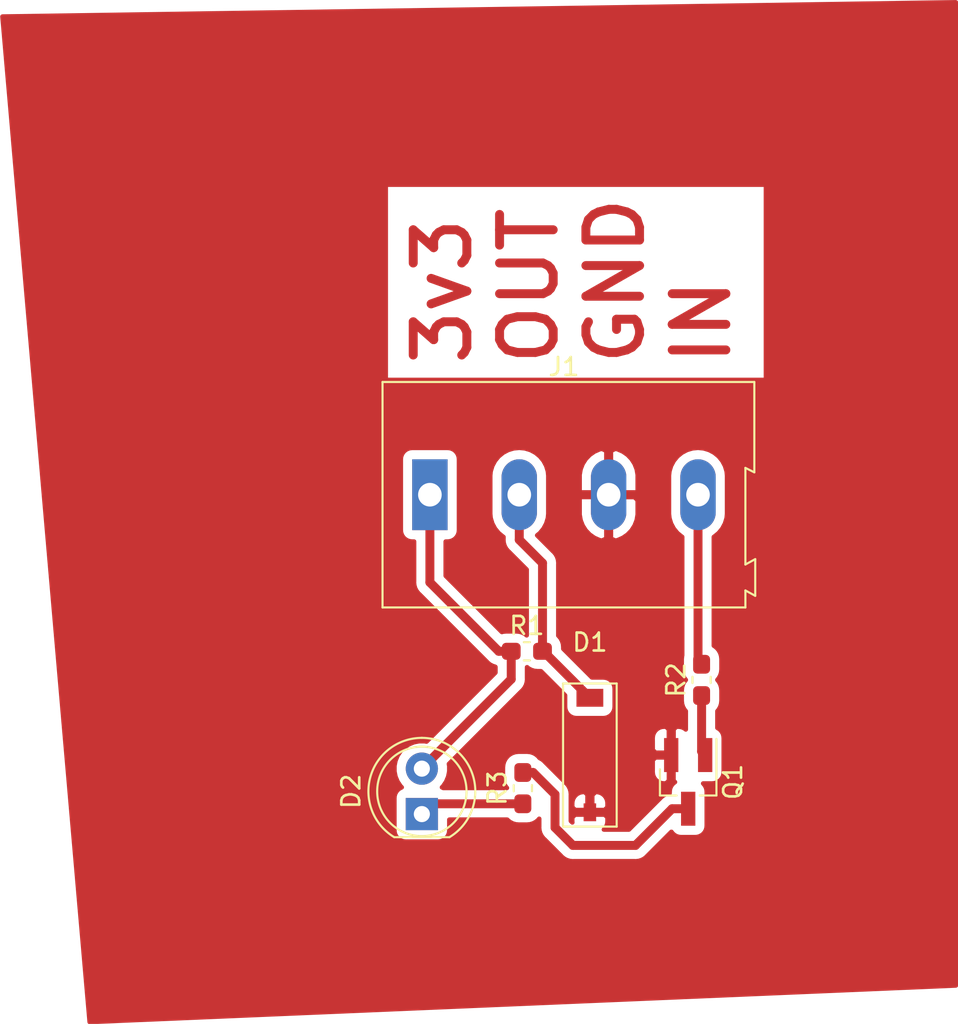
<source format=kicad_pcb>
(kicad_pcb (version 20171130) (host pcbnew "(5.1.5)-3")

  (general
    (thickness 1.6)
    (drawings 1)
    (tracks 31)
    (zones 0)
    (modules 7)
    (nets 8)
  )

  (page A4)
  (layers
    (0 F.Cu signal)
    (31 B.Cu signal)
    (32 B.Adhes user)
    (33 F.Adhes user)
    (34 B.Paste user)
    (35 F.Paste user)
    (36 B.SilkS user)
    (37 F.SilkS user)
    (38 B.Mask user)
    (39 F.Mask user)
    (40 Dwgs.User user)
    (41 Cmts.User user)
    (42 Eco1.User user)
    (43 Eco2.User user)
    (44 Edge.Cuts user)
    (45 Margin user)
    (46 B.CrtYd user)
    (47 F.CrtYd user)
    (48 B.Fab user)
    (49 F.Fab user)
  )

  (setup
    (last_trace_width 0.5)
    (user_trace_width 0.5)
    (trace_clearance 0.2)
    (zone_clearance 0.508)
    (zone_45_only no)
    (trace_min 0.2)
    (via_size 0.8)
    (via_drill 0.4)
    (via_min_size 0.4)
    (via_min_drill 0.3)
    (uvia_size 0.3)
    (uvia_drill 0.1)
    (uvias_allowed no)
    (uvia_min_size 0.2)
    (uvia_min_drill 0.1)
    (edge_width 0.05)
    (segment_width 0.2)
    (pcb_text_width 0.3)
    (pcb_text_size 1.5 1.5)
    (mod_edge_width 0.12)
    (mod_text_size 1 1)
    (mod_text_width 0.15)
    (pad_size 1.524 1.524)
    (pad_drill 0.762)
    (pad_to_mask_clearance 0.051)
    (solder_mask_min_width 0.25)
    (aux_axis_origin 0 0)
    (visible_elements FFFFFF7F)
    (pcbplotparams
      (layerselection 0x010fc_ffffffff)
      (usegerberextensions false)
      (usegerberattributes false)
      (usegerberadvancedattributes false)
      (creategerberjobfile false)
      (excludeedgelayer true)
      (linewidth 0.100000)
      (plotframeref false)
      (viasonmask false)
      (mode 1)
      (useauxorigin false)
      (hpglpennumber 1)
      (hpglpenspeed 20)
      (hpglpendiameter 15.000000)
      (psnegative false)
      (psa4output false)
      (plotreference true)
      (plotvalue true)
      (plotinvisibletext false)
      (padsonsilk false)
      (subtractmaskfromsilk false)
      (outputformat 1)
      (mirror false)
      (drillshape 1)
      (scaleselection 1)
      (outputdirectory ""))
  )

  (net 0 "")
  (net 1 GND)
  (net 2 +3V3)
  (net 3 "Net-(D2-Pad1)")
  (net 4 "Net-(Q1-Pad3)")
  (net 5 "Net-(Q1-Pad1)")
  (net 6 /photo_diode)
  (net 7 /led_ctrl)

  (net_class Default "This is the default net class."
    (clearance 0.2)
    (trace_width 0.25)
    (via_dia 0.8)
    (via_drill 0.4)
    (uvia_dia 0.3)
    (uvia_drill 0.1)
    (add_net +3V3)
    (add_net /led_ctrl)
    (add_net /photo_diode)
    (add_net GND)
    (add_net "Net-(D2-Pad1)")
    (add_net "Net-(Q1-Pad1)")
    (add_net "Net-(Q1-Pad3)")
  )

  (module good_things:sfh-2440-l (layer F.Cu) (tedit 611EB65B) (tstamp 611F0A1E)
    (at 122.45 79.8 180)
    (path /611F12A5)
    (fp_text reference D1 (at 0 6.3) (layer F.SilkS)
      (effects (font (size 1 1) (thickness 0.15)))
    )
    (fp_text value D_Photo (at -0.1 -4.7) (layer F.Fab)
      (effects (font (size 1 1) (thickness 0.15)))
    )
    (fp_line (start -1.5 -4) (end 1.5 -4) (layer F.SilkS) (width 0.12))
    (fp_line (start -1.5 4) (end -1.5 -4) (layer F.SilkS) (width 0.12))
    (fp_line (start 1.5 4) (end -1.5 4) (layer F.SilkS) (width 0.12))
    (fp_line (start 1.5 4) (end 1.5 -4) (layer F.SilkS) (width 0.12))
    (pad 1 smd rect (at 0 3.2 180) (size 1.5 1) (layers F.Cu F.Paste F.Mask)
      (net 6 /photo_diode))
    (pad 2 smd rect (at 0 -3.2 180) (size 0.7 1) (layers F.Cu F.Paste F.Mask)
      (net 1 GND))
  )

  (module Resistor_SMD:R_0603_1608Metric_Pad1.05x0.95mm_HandSolder (layer F.Cu) (tedit 5B301BBD) (tstamp 611F0B12)
    (at 118.7 81.65 90)
    (descr "Resistor SMD 0603 (1608 Metric), square (rectangular) end terminal, IPC_7351 nominal with elongated pad for handsoldering. (Body size source: http://www.tortai-tech.com/upload/download/2011102023233369053.pdf), generated with kicad-footprint-generator")
    (tags "resistor handsolder")
    (path /611EC8C0)
    (attr smd)
    (fp_text reference R3 (at 0 -1.43 90) (layer F.SilkS)
      (effects (font (size 1 1) (thickness 0.15)))
    )
    (fp_text value R_Small (at 0 1.43 90) (layer F.Fab)
      (effects (font (size 1 1) (thickness 0.15)))
    )
    (fp_text user %R (at 0 0 90) (layer F.Fab)
      (effects (font (size 0.4 0.4) (thickness 0.06)))
    )
    (fp_line (start 1.65 0.73) (end -1.65 0.73) (layer F.CrtYd) (width 0.05))
    (fp_line (start 1.65 -0.73) (end 1.65 0.73) (layer F.CrtYd) (width 0.05))
    (fp_line (start -1.65 -0.73) (end 1.65 -0.73) (layer F.CrtYd) (width 0.05))
    (fp_line (start -1.65 0.73) (end -1.65 -0.73) (layer F.CrtYd) (width 0.05))
    (fp_line (start -0.171267 0.51) (end 0.171267 0.51) (layer F.SilkS) (width 0.12))
    (fp_line (start -0.171267 -0.51) (end 0.171267 -0.51) (layer F.SilkS) (width 0.12))
    (fp_line (start 0.8 0.4) (end -0.8 0.4) (layer F.Fab) (width 0.1))
    (fp_line (start 0.8 -0.4) (end 0.8 0.4) (layer F.Fab) (width 0.1))
    (fp_line (start -0.8 -0.4) (end 0.8 -0.4) (layer F.Fab) (width 0.1))
    (fp_line (start -0.8 0.4) (end -0.8 -0.4) (layer F.Fab) (width 0.1))
    (pad 2 smd roundrect (at 0.875 0 90) (size 1.05 0.95) (layers F.Cu F.Paste F.Mask) (roundrect_rratio 0.25)
      (net 4 "Net-(Q1-Pad3)"))
    (pad 1 smd roundrect (at -0.875 0 90) (size 1.05 0.95) (layers F.Cu F.Paste F.Mask) (roundrect_rratio 0.25)
      (net 3 "Net-(D2-Pad1)"))
    (model ${KISYS3DMOD}/Resistor_SMD.3dshapes/R_0603_1608Metric.wrl
      (at (xyz 0 0 0))
      (scale (xyz 1 1 1))
      (rotate (xyz 0 0 0))
    )
  )

  (module Resistor_SMD:R_0603_1608Metric_Pad1.05x0.95mm_HandSolder (layer F.Cu) (tedit 5B301BBD) (tstamp 611F0B01)
    (at 128.7 75.6 90)
    (descr "Resistor SMD 0603 (1608 Metric), square (rectangular) end terminal, IPC_7351 nominal with elongated pad for handsoldering. (Body size source: http://www.tortai-tech.com/upload/download/2011102023233369053.pdf), generated with kicad-footprint-generator")
    (tags "resistor handsolder")
    (path /611EC33C)
    (attr smd)
    (fp_text reference R2 (at 0 -1.43 90) (layer F.SilkS)
      (effects (font (size 1 1) (thickness 0.15)))
    )
    (fp_text value R_Small (at 0 1.43 90) (layer F.Fab)
      (effects (font (size 1 1) (thickness 0.15)))
    )
    (fp_text user %R (at 0 0 90) (layer F.Fab)
      (effects (font (size 0.4 0.4) (thickness 0.06)))
    )
    (fp_line (start 1.65 0.73) (end -1.65 0.73) (layer F.CrtYd) (width 0.05))
    (fp_line (start 1.65 -0.73) (end 1.65 0.73) (layer F.CrtYd) (width 0.05))
    (fp_line (start -1.65 -0.73) (end 1.65 -0.73) (layer F.CrtYd) (width 0.05))
    (fp_line (start -1.65 0.73) (end -1.65 -0.73) (layer F.CrtYd) (width 0.05))
    (fp_line (start -0.171267 0.51) (end 0.171267 0.51) (layer F.SilkS) (width 0.12))
    (fp_line (start -0.171267 -0.51) (end 0.171267 -0.51) (layer F.SilkS) (width 0.12))
    (fp_line (start 0.8 0.4) (end -0.8 0.4) (layer F.Fab) (width 0.1))
    (fp_line (start 0.8 -0.4) (end 0.8 0.4) (layer F.Fab) (width 0.1))
    (fp_line (start -0.8 -0.4) (end 0.8 -0.4) (layer F.Fab) (width 0.1))
    (fp_line (start -0.8 0.4) (end -0.8 -0.4) (layer F.Fab) (width 0.1))
    (pad 2 smd roundrect (at 0.875 0 90) (size 1.05 0.95) (layers F.Cu F.Paste F.Mask) (roundrect_rratio 0.25)
      (net 7 /led_ctrl))
    (pad 1 smd roundrect (at -0.875 0 90) (size 1.05 0.95) (layers F.Cu F.Paste F.Mask) (roundrect_rratio 0.25)
      (net 5 "Net-(Q1-Pad1)"))
    (model ${KISYS3DMOD}/Resistor_SMD.3dshapes/R_0603_1608Metric.wrl
      (at (xyz 0 0 0))
      (scale (xyz 1 1 1))
      (rotate (xyz 0 0 0))
    )
  )

  (module Resistor_SMD:R_0603_1608Metric_Pad1.05x0.95mm_HandSolder (layer F.Cu) (tedit 5B301BBD) (tstamp 611F0AF0)
    (at 118.925 74)
    (descr "Resistor SMD 0603 (1608 Metric), square (rectangular) end terminal, IPC_7351 nominal with elongated pad for handsoldering. (Body size source: http://www.tortai-tech.com/upload/download/2011102023233369053.pdf), generated with kicad-footprint-generator")
    (tags "resistor handsolder")
    (path /611F221F)
    (attr smd)
    (fp_text reference R1 (at 0 -1.43) (layer F.SilkS)
      (effects (font (size 1 1) (thickness 0.15)))
    )
    (fp_text value R_Small (at 0 1.43) (layer F.Fab)
      (effects (font (size 1 1) (thickness 0.15)))
    )
    (fp_text user %R (at 0 0) (layer F.Fab)
      (effects (font (size 0.4 0.4) (thickness 0.06)))
    )
    (fp_line (start 1.65 0.73) (end -1.65 0.73) (layer F.CrtYd) (width 0.05))
    (fp_line (start 1.65 -0.73) (end 1.65 0.73) (layer F.CrtYd) (width 0.05))
    (fp_line (start -1.65 -0.73) (end 1.65 -0.73) (layer F.CrtYd) (width 0.05))
    (fp_line (start -1.65 0.73) (end -1.65 -0.73) (layer F.CrtYd) (width 0.05))
    (fp_line (start -0.171267 0.51) (end 0.171267 0.51) (layer F.SilkS) (width 0.12))
    (fp_line (start -0.171267 -0.51) (end 0.171267 -0.51) (layer F.SilkS) (width 0.12))
    (fp_line (start 0.8 0.4) (end -0.8 0.4) (layer F.Fab) (width 0.1))
    (fp_line (start 0.8 -0.4) (end 0.8 0.4) (layer F.Fab) (width 0.1))
    (fp_line (start -0.8 -0.4) (end 0.8 -0.4) (layer F.Fab) (width 0.1))
    (fp_line (start -0.8 0.4) (end -0.8 -0.4) (layer F.Fab) (width 0.1))
    (pad 2 smd roundrect (at 0.875 0) (size 1.05 0.95) (layers F.Cu F.Paste F.Mask) (roundrect_rratio 0.25)
      (net 6 /photo_diode))
    (pad 1 smd roundrect (at -0.875 0) (size 1.05 0.95) (layers F.Cu F.Paste F.Mask) (roundrect_rratio 0.25)
      (net 2 +3V3))
    (model ${KISYS3DMOD}/Resistor_SMD.3dshapes/R_0603_1608Metric.wrl
      (at (xyz 0 0 0))
      (scale (xyz 1 1 1))
      (rotate (xyz 0 0 0))
    )
  )

  (module Package_TO_SOT_SMD:SOT-23_Handsoldering (layer F.Cu) (tedit 5A0AB76C) (tstamp 611F0ADF)
    (at 127.95 81.3 270)
    (descr "SOT-23, Handsoldering")
    (tags SOT-23)
    (path /611EB710)
    (attr smd)
    (fp_text reference Q1 (at 0 -2.5 90) (layer F.SilkS)
      (effects (font (size 1 1) (thickness 0.15)))
    )
    (fp_text value Q_NMOS_GSD (at 0 2.5 90) (layer F.Fab)
      (effects (font (size 1 1) (thickness 0.15)))
    )
    (fp_line (start 0.76 1.58) (end -0.7 1.58) (layer F.SilkS) (width 0.12))
    (fp_line (start -0.7 1.52) (end 0.7 1.52) (layer F.Fab) (width 0.1))
    (fp_line (start 0.7 -1.52) (end 0.7 1.52) (layer F.Fab) (width 0.1))
    (fp_line (start -0.7 -0.95) (end -0.15 -1.52) (layer F.Fab) (width 0.1))
    (fp_line (start -0.15 -1.52) (end 0.7 -1.52) (layer F.Fab) (width 0.1))
    (fp_line (start -0.7 -0.95) (end -0.7 1.5) (layer F.Fab) (width 0.1))
    (fp_line (start 0.76 -1.58) (end -2.4 -1.58) (layer F.SilkS) (width 0.12))
    (fp_line (start -2.7 1.75) (end -2.7 -1.75) (layer F.CrtYd) (width 0.05))
    (fp_line (start 2.7 1.75) (end -2.7 1.75) (layer F.CrtYd) (width 0.05))
    (fp_line (start 2.7 -1.75) (end 2.7 1.75) (layer F.CrtYd) (width 0.05))
    (fp_line (start -2.7 -1.75) (end 2.7 -1.75) (layer F.CrtYd) (width 0.05))
    (fp_line (start 0.76 -1.58) (end 0.76 -0.65) (layer F.SilkS) (width 0.12))
    (fp_line (start 0.76 1.58) (end 0.76 0.65) (layer F.SilkS) (width 0.12))
    (fp_text user %R (at 0 0) (layer F.Fab)
      (effects (font (size 0.5 0.5) (thickness 0.075)))
    )
    (pad 3 smd rect (at 1.5 0 270) (size 1.9 0.8) (layers F.Cu F.Paste F.Mask)
      (net 4 "Net-(Q1-Pad3)"))
    (pad 2 smd rect (at -1.5 0.95 270) (size 1.9 0.8) (layers F.Cu F.Paste F.Mask)
      (net 1 GND))
    (pad 1 smd rect (at -1.5 -0.95 270) (size 1.9 0.8) (layers F.Cu F.Paste F.Mask)
      (net 5 "Net-(Q1-Pad1)"))
    (model ${KISYS3DMOD}/Package_TO_SOT_SMD.3dshapes/SOT-23.wrl
      (at (xyz 0 0 0))
      (scale (xyz 1 1 1))
      (rotate (xyz 0 0 0))
    )
  )

  (module TerminalBlock:TerminalBlock_Altech_AK300-4_P5.00mm (layer F.Cu) (tedit 59FF0306) (tstamp 611F0ACA)
    (at 113.5 65.25)
    (descr "Altech AK300 terminal block, pitch 5.0mm, 45 degree angled, see http://www.mouser.com/ds/2/16/PCBMETRC-24178.pdf")
    (tags "Altech AK300 terminal block pitch 5.0mm")
    (path /611EDB7C)
    (fp_text reference J1 (at 7.5 -7.15) (layer F.SilkS)
      (effects (font (size 1 1) (thickness 0.15)))
    )
    (fp_text value Conn_01x04 (at 7.45 7.45) (layer F.Fab)
      (effects (font (size 1 1) (thickness 0.15)))
    )
    (fp_arc (start -1.16 -4.65) (end -1.44 -4.13) (angle 104.2) (layer F.Fab) (width 0.1))
    (fp_arc (start -0.04 -3.71) (end -1.64 -5) (angle 100) (layer F.Fab) (width 0.1))
    (fp_arc (start 0.04 -6.07) (end 1.5 -4.12) (angle 75.5) (layer F.Fab) (width 0.1))
    (fp_arc (start 1 -4.59) (end 1.51 -5.05) (angle 90.5) (layer F.Fab) (width 0.1))
    (fp_arc (start 3.85 -4.65) (end 3.56 -4.13) (angle 104.2) (layer F.Fab) (width 0.1))
    (fp_arc (start 4.96 -3.71) (end 3.36 -5) (angle 100) (layer F.Fab) (width 0.1))
    (fp_arc (start 5.04 -6.07) (end 6.5 -4.12) (angle 75.5) (layer F.Fab) (width 0.1))
    (fp_arc (start 6.01 -4.59) (end 6.51 -5.05) (angle 90.5) (layer F.Fab) (width 0.1))
    (fp_arc (start 16.02 -4.59) (end 16.52 -5.05) (angle 90.5) (layer F.Fab) (width 0.1))
    (fp_arc (start 15.05 -6.07) (end 16.51 -4.12) (angle 75.5) (layer F.Fab) (width 0.1))
    (fp_arc (start 14.97 -3.71) (end 13.37 -5) (angle 100) (layer F.Fab) (width 0.1))
    (fp_arc (start 13.86 -4.65) (end 13.57 -4.13) (angle 104.2) (layer F.Fab) (width 0.1))
    (fp_arc (start 8.83 -4.65) (end 8.54 -4.13) (angle 104.2) (layer F.Fab) (width 0.1))
    (fp_arc (start 9.94 -3.71) (end 8.34 -5) (angle 100) (layer F.Fab) (width 0.1))
    (fp_arc (start 10.02 -6.07) (end 11.48 -4.12) (angle 75.5) (layer F.Fab) (width 0.1))
    (fp_arc (start 10.99 -4.59) (end 11.49 -5.05) (angle 90.5) (layer F.Fab) (width 0.1))
    (fp_line (start 18.35 6.47) (end -2.83 6.47) (layer F.CrtYd) (width 0.05))
    (fp_line (start 18.35 6.47) (end 18.35 -6.47) (layer F.CrtYd) (width 0.05))
    (fp_line (start -2.83 -6.47) (end -2.83 6.47) (layer F.CrtYd) (width 0.05))
    (fp_line (start -2.83 -6.47) (end 18.35 -6.47) (layer F.CrtYd) (width 0.05))
    (fp_line (start 3.34 -0.25) (end 6.64 -0.25) (layer F.Fab) (width 0.1))
    (fp_line (start 2.96 -0.25) (end 3.34 -0.25) (layer F.Fab) (width 0.1))
    (fp_line (start 7.02 -0.25) (end 6.64 -0.25) (layer F.Fab) (width 0.1))
    (fp_line (start 1.64 -0.25) (end -1.67 -0.25) (layer F.Fab) (width 0.1))
    (fp_line (start 2.02 -0.25) (end 1.64 -0.25) (layer F.Fab) (width 0.1))
    (fp_line (start -2.05 -0.25) (end -1.67 -0.25) (layer F.Fab) (width 0.1))
    (fp_line (start -1.51 -4.32) (end 1.53 -4.95) (layer F.Fab) (width 0.1))
    (fp_line (start -1.64 -4.45) (end 1.41 -5.08) (layer F.Fab) (width 0.1))
    (fp_line (start 3.49 -4.32) (end 6.54 -4.95) (layer F.Fab) (width 0.1))
    (fp_line (start 3.36 -4.45) (end 6.41 -5.08) (layer F.Fab) (width 0.1))
    (fp_line (start 2.02 -5.97) (end -2.05 -5.97) (layer F.Fab) (width 0.1))
    (fp_line (start -2.05 -3.43) (end -2.05 -5.97) (layer F.Fab) (width 0.1))
    (fp_line (start 2.02 -3.43) (end -2.05 -3.43) (layer F.Fab) (width 0.1))
    (fp_line (start 2.02 -3.43) (end 2.02 -5.97) (layer F.Fab) (width 0.1))
    (fp_line (start 7.02 -3.43) (end 2.96 -3.43) (layer F.Fab) (width 0.1))
    (fp_line (start 7.02 -5.97) (end 7.02 -3.43) (layer F.Fab) (width 0.1))
    (fp_line (start 2.96 -5.97) (end 7.02 -5.97) (layer F.Fab) (width 0.1))
    (fp_line (start 2.96 -3.43) (end 2.96 -5.97) (layer F.Fab) (width 0.1))
    (fp_line (start -2.58 -3.17) (end -2.58 -6.22) (layer F.Fab) (width 0.1))
    (fp_line (start -2.58 -0.64) (end -2.58 -3.17) (layer F.Fab) (width 0.1))
    (fp_line (start -2.58 6.22) (end -2.58 -0.64) (layer F.Fab) (width 0.1))
    (fp_line (start 6.64 0.51) (end 6.26 0.51) (layer F.Fab) (width 0.1))
    (fp_line (start 3.34 0.51) (end 3.72 0.51) (layer F.Fab) (width 0.1))
    (fp_line (start 1.64 0.51) (end 1.26 0.51) (layer F.Fab) (width 0.1))
    (fp_line (start -1.67 0.51) (end -1.28 0.51) (layer F.Fab) (width 0.1))
    (fp_line (start -1.67 3.68) (end -1.67 0.51) (layer F.Fab) (width 0.1))
    (fp_line (start 1.64 3.68) (end -1.67 3.68) (layer F.Fab) (width 0.1))
    (fp_line (start 1.64 3.68) (end 1.64 0.51) (layer F.Fab) (width 0.1))
    (fp_line (start 3.34 3.68) (end 3.34 0.51) (layer F.Fab) (width 0.1))
    (fp_line (start 6.64 3.68) (end 3.34 3.68) (layer F.Fab) (width 0.1))
    (fp_line (start 6.64 3.68) (end 6.64 0.51) (layer F.Fab) (width 0.1))
    (fp_line (start -2.05 4.32) (end -2.05 6.22) (layer F.Fab) (width 0.1))
    (fp_line (start 2.02 4.32) (end 2.02 -0.25) (layer F.Fab) (width 0.1))
    (fp_line (start 2.02 4.32) (end -2.05 4.32) (layer F.Fab) (width 0.1))
    (fp_line (start 7.02 4.32) (end 7.02 6.22) (layer F.Fab) (width 0.1))
    (fp_line (start 2.96 4.32) (end 2.96 -0.25) (layer F.Fab) (width 0.1))
    (fp_line (start 2.96 4.32) (end 7.02 4.32) (layer F.Fab) (width 0.1))
    (fp_line (start -2.05 6.22) (end 2.02 6.22) (layer F.Fab) (width 0.1))
    (fp_line (start -2.58 6.22) (end -2.05 6.22) (layer F.Fab) (width 0.1))
    (fp_line (start -2.05 -0.25) (end -2.05 4.32) (layer F.Fab) (width 0.1))
    (fp_line (start 2.02 6.22) (end 2.96 6.22) (layer F.Fab) (width 0.1))
    (fp_line (start 2.02 6.22) (end 2.02 4.32) (layer F.Fab) (width 0.1))
    (fp_line (start 2.96 6.22) (end 7.02 6.22) (layer F.Fab) (width 0.1))
    (fp_line (start 7.02 -0.25) (end 7.02 4.32) (layer F.Fab) (width 0.1))
    (fp_line (start 2.96 6.22) (end 2.96 4.32) (layer F.Fab) (width 0.1))
    (fp_line (start 12.95 4.06) (end 12.95 5.21) (layer F.Fab) (width 0.1))
    (fp_line (start 12.95 5.21) (end 12.95 6.22) (layer F.Fab) (width 0.1))
    (fp_line (start 3.72 2.54) (end 3.72 -0.25) (layer F.Fab) (width 0.1))
    (fp_line (start 3.72 -0.25) (end 6.26 -0.25) (layer F.Fab) (width 0.1))
    (fp_line (start 6.26 2.54) (end 6.26 -0.25) (layer F.Fab) (width 0.1))
    (fp_line (start 3.72 2.54) (end 6.26 2.54) (layer F.Fab) (width 0.1))
    (fp_line (start -1.28 2.54) (end -1.28 -0.25) (layer F.Fab) (width 0.1))
    (fp_line (start -1.28 -0.25) (end 1.26 -0.25) (layer F.Fab) (width 0.1))
    (fp_line (start 1.26 2.54) (end 1.26 -0.25) (layer F.Fab) (width 0.1))
    (fp_line (start -1.28 2.54) (end 1.26 2.54) (layer F.Fab) (width 0.1))
    (fp_line (start 13.73 2.54) (end 16.27 2.54) (layer F.Fab) (width 0.1))
    (fp_line (start 16.27 2.54) (end 16.27 -0.25) (layer F.Fab) (width 0.1))
    (fp_line (start 13.73 -0.25) (end 16.27 -0.25) (layer F.Fab) (width 0.1))
    (fp_line (start 13.73 2.54) (end 13.73 -0.25) (layer F.Fab) (width 0.1))
    (fp_line (start 17.59 -6.22) (end 17.59 -3.17) (layer F.Fab) (width 0.1))
    (fp_line (start 17.59 -6.22) (end 18.1 -6.22) (layer F.Fab) (width 0.1))
    (fp_line (start 18.1 -6.22) (end 18.1 -1.4) (layer F.Fab) (width 0.1))
    (fp_line (start 18.1 -1.4) (end 17.59 -1.65) (layer F.Fab) (width 0.1))
    (fp_line (start 18.1 5.46) (end 17.59 5.21) (layer F.Fab) (width 0.1))
    (fp_line (start 17.59 5.21) (end 17.59 6.22) (layer F.Fab) (width 0.1))
    (fp_line (start 18.1 3.81) (end 17.59 4.06) (layer F.Fab) (width 0.1))
    (fp_line (start 17.59 4.06) (end 17.59 5.21) (layer F.Fab) (width 0.1))
    (fp_line (start 18.1 3.81) (end 18.1 5.46) (layer F.Fab) (width 0.1))
    (fp_line (start 12.97 6.22) (end 12.97 4.32) (layer F.Fab) (width 0.1))
    (fp_line (start 17.03 -0.25) (end 17.03 4.32) (layer F.Fab) (width 0.1))
    (fp_line (start 17.03 6.22) (end 17.59 6.22) (layer F.Fab) (width 0.1))
    (fp_line (start 12.97 4.32) (end 17.03 4.32) (layer F.Fab) (width 0.1))
    (fp_line (start 17.03 4.32) (end 17.03 6.22) (layer F.Fab) (width 0.1))
    (fp_line (start 16.65 3.68) (end 16.65 0.51) (layer F.Fab) (width 0.1))
    (fp_line (start 16.65 3.68) (end 13.35 3.68) (layer F.Fab) (width 0.1))
    (fp_line (start 13.35 3.68) (end 13.35 0.51) (layer F.Fab) (width 0.1))
    (fp_line (start 13.35 0.51) (end 13.73 0.51) (layer F.Fab) (width 0.1))
    (fp_line (start 16.65 0.51) (end 16.27 0.51) (layer F.Fab) (width 0.1))
    (fp_line (start 17.59 -1.65) (end 17.59 -0.64) (layer F.Fab) (width 0.1))
    (fp_line (start 17.59 -0.64) (end 17.59 4.06) (layer F.Fab) (width 0.1))
    (fp_line (start 17.59 -3.17) (end 17.59 -1.65) (layer F.Fab) (width 0.1))
    (fp_line (start 12.97 -3.43) (end 12.97 -5.97) (layer F.Fab) (width 0.1))
    (fp_line (start 12.97 -5.97) (end 17.03 -5.97) (layer F.Fab) (width 0.1))
    (fp_line (start 17.03 -5.97) (end 17.03 -3.43) (layer F.Fab) (width 0.1))
    (fp_line (start 17.03 -3.43) (end 12.97 -3.43) (layer F.Fab) (width 0.1))
    (fp_line (start 13.37 -4.45) (end 16.42 -5.08) (layer F.Fab) (width 0.1))
    (fp_line (start 13.5 -4.32) (end 16.55 -4.95) (layer F.Fab) (width 0.1))
    (fp_line (start 17.03 -0.25) (end 16.65 -0.25) (layer F.Fab) (width 0.1))
    (fp_line (start 12.97 -0.25) (end 13.35 -0.25) (layer F.Fab) (width 0.1))
    (fp_line (start 13.35 -0.25) (end 16.65 -0.25) (layer F.Fab) (width 0.1))
    (fp_line (start 12.95 4) (end 12.95 -0.25) (layer F.Fab) (width 0.1))
    (fp_line (start 12.66 -0.64) (end -2.52 -0.64) (layer F.Fab) (width 0.1))
    (fp_line (start 17.74 -6.22) (end -2.58 -6.22) (layer F.Fab) (width 0.1))
    (fp_line (start 17.59 -3.05) (end -2.58 -3.05) (layer F.Fab) (width 0.1))
    (fp_line (start 13.17 6.22) (end 7.07 6.22) (layer F.Fab) (width 0.1))
    (fp_line (start 16.95 6.22) (end 13.02 6.22) (layer F.Fab) (width 0.1))
    (fp_line (start 7.99 -0.25) (end 12.05 -0.25) (layer F.Fab) (width 0.1))
    (fp_line (start 7.99 6.22) (end 7.99 -0.25) (layer F.Fab) (width 0.1))
    (fp_line (start 12.51 -0.64) (end 17.59 -0.64) (layer F.Fab) (width 0.1))
    (fp_line (start 11.67 0.51) (end 11.29 0.51) (layer F.Fab) (width 0.1))
    (fp_line (start 11.67 3.68) (end 11.67 0.51) (layer F.Fab) (width 0.1))
    (fp_line (start 8.37 3.68) (end 11.67 3.68) (layer F.Fab) (width 0.1))
    (fp_line (start 8.37 0.51) (end 8.37 3.68) (layer F.Fab) (width 0.1))
    (fp_line (start 8.37 0.51) (end 8.75 0.51) (layer F.Fab) (width 0.1))
    (fp_line (start 12.05 6.22) (end 12.05 -0.25) (layer F.Fab) (width 0.1))
    (fp_line (start 7.99 4.32) (end 12.05 4.32) (layer F.Fab) (width 0.1))
    (fp_line (start 8.47 -4.32) (end 11.52 -4.95) (layer F.Fab) (width 0.1))
    (fp_line (start 8.34 -4.45) (end 11.39 -5.08) (layer F.Fab) (width 0.1))
    (fp_line (start 12 -3.43) (end 7.94 -3.43) (layer F.Fab) (width 0.1))
    (fp_line (start 12 -5.97) (end 12 -3.43) (layer F.Fab) (width 0.1))
    (fp_line (start 7.94 -5.97) (end 12 -5.97) (layer F.Fab) (width 0.1))
    (fp_line (start 7.94 -3.43) (end 7.94 -5.97) (layer F.Fab) (width 0.1))
    (fp_line (start 11.29 2.54) (end 11.29 -0.25) (layer F.Fab) (width 0.1))
    (fp_line (start 8.75 2.54) (end 11.29 2.54) (layer F.Fab) (width 0.1))
    (fp_line (start 8.75 -0.25) (end 8.75 2.54) (layer F.Fab) (width 0.1))
    (fp_line (start -2.65 6.3) (end -2.65 -6.3) (layer F.SilkS) (width 0.12))
    (fp_line (start 17.65 6.3) (end -2.65 6.3) (layer F.SilkS) (width 0.12))
    (fp_line (start 17.65 5.35) (end 17.65 6.3) (layer F.SilkS) (width 0.12))
    (fp_line (start 18.2 5.65) (end 17.65 5.35) (layer F.SilkS) (width 0.12))
    (fp_line (start 18.2 3.6) (end 18.2 5.65) (layer F.SilkS) (width 0.12))
    (fp_line (start 17.65 3.9) (end 18.2 3.6) (layer F.SilkS) (width 0.12))
    (fp_line (start 17.65 -1.5) (end 17.65 3.9) (layer F.SilkS) (width 0.12))
    (fp_line (start 18.15 -1.25) (end 17.65 -1.5) (layer F.SilkS) (width 0.12))
    (fp_line (start 18.15 -6.3) (end 18.15 -1.25) (layer F.SilkS) (width 0.12))
    (fp_line (start -2.65 -6.3) (end 18.15 -6.3) (layer F.SilkS) (width 0.12))
    (fp_text user %R (at 7.5 -2) (layer F.Fab)
      (effects (font (size 1 1) (thickness 0.15)))
    )
    (pad 3 thru_hole oval (at 10 0) (size 1.98 3.96) (drill 1.32) (layers *.Cu *.Mask)
      (net 1 GND))
    (pad 4 thru_hole oval (at 15 0) (size 1.98 3.96) (drill 1.32) (layers *.Cu *.Mask)
      (net 7 /led_ctrl))
    (pad 2 thru_hole oval (at 5 0) (size 1.98 3.96) (drill 1.32) (layers *.Cu *.Mask)
      (net 6 /photo_diode))
    (pad 1 thru_hole rect (at 0 0) (size 1.98 3.96) (drill 1.32) (layers *.Cu *.Mask)
      (net 2 +3V3))
    (model ${KISYS3DMOD}/TerminalBlock.3dshapes/TerminalBlock_Altech_AK300-4_P5.00mm.wrl
      (at (xyz 0 0 0))
      (scale (xyz 1 1 1))
      (rotate (xyz 0 0 0))
    )
  )

  (module LED_THT:LED_D5.0mm (layer F.Cu) (tedit 5995936A) (tstamp 611F0A30)
    (at 113.05 83.1 90)
    (descr "LED, diameter 5.0mm, 2 pins, http://cdn-reichelt.de/documents/datenblatt/A500/LL-504BC2E-009.pdf")
    (tags "LED diameter 5.0mm 2 pins")
    (path /611EC052)
    (fp_text reference D2 (at 1.27 -3.96 90) (layer F.SilkS)
      (effects (font (size 1 1) (thickness 0.15)))
    )
    (fp_text value LED (at 1.27 3.96 90) (layer F.Fab)
      (effects (font (size 1 1) (thickness 0.15)))
    )
    (fp_text user %R (at 1.25 0 90) (layer F.Fab)
      (effects (font (size 0.8 0.8) (thickness 0.2)))
    )
    (fp_line (start 4.5 -3.25) (end -1.95 -3.25) (layer F.CrtYd) (width 0.05))
    (fp_line (start 4.5 3.25) (end 4.5 -3.25) (layer F.CrtYd) (width 0.05))
    (fp_line (start -1.95 3.25) (end 4.5 3.25) (layer F.CrtYd) (width 0.05))
    (fp_line (start -1.95 -3.25) (end -1.95 3.25) (layer F.CrtYd) (width 0.05))
    (fp_line (start -1.29 -1.545) (end -1.29 1.545) (layer F.SilkS) (width 0.12))
    (fp_line (start -1.23 -1.469694) (end -1.23 1.469694) (layer F.Fab) (width 0.1))
    (fp_circle (center 1.27 0) (end 3.77 0) (layer F.SilkS) (width 0.12))
    (fp_circle (center 1.27 0) (end 3.77 0) (layer F.Fab) (width 0.1))
    (fp_arc (start 1.27 0) (end -1.29 1.54483) (angle -148.9) (layer F.SilkS) (width 0.12))
    (fp_arc (start 1.27 0) (end -1.29 -1.54483) (angle 148.9) (layer F.SilkS) (width 0.12))
    (fp_arc (start 1.27 0) (end -1.23 -1.469694) (angle 299.1) (layer F.Fab) (width 0.1))
    (pad 2 thru_hole circle (at 2.54 0 90) (size 1.8 1.8) (drill 0.9) (layers *.Cu *.Mask)
      (net 2 +3V3))
    (pad 1 thru_hole rect (at 0 0 90) (size 1.8 1.8) (drill 0.9) (layers *.Cu *.Mask)
      (net 3 "Net-(D2-Pad1)"))
    (model ${KISYS3DMOD}/LED_THT.3dshapes/LED_D5.0mm.wrl
      (at (xyz 0 0 0))
      (scale (xyz 1 1 1))
      (rotate (xyz 0 0 0))
    )
  )

  (gr_text "3v3\nOUT\nGND\nIN" (at 121.45 58.2 90) (layer F.Cu)
    (effects (font (size 3 3) (thickness 0.5)) (justify left))
  )

  (segment (start 127 67.26) (end 127 78.35) (width 0.5) (layer F.Cu) (net 1))
  (segment (start 127 78.35) (end 127 79.8) (width 0.5) (layer F.Cu) (net 1))
  (segment (start 124.99 65.25) (end 127 67.26) (width 0.5) (layer F.Cu) (net 1))
  (segment (start 123.5 65.25) (end 124.99 65.25) (width 0.5) (layer F.Cu) (net 1))
  (segment (start 122.45 82) (end 122.45 83) (width 0.5) (layer F.Cu) (net 1))
  (segment (start 124.65 79.8) (end 122.45 82) (width 0.5) (layer F.Cu) (net 1))
  (segment (start 127 79.8) (end 124.65 79.8) (width 0.5) (layer F.Cu) (net 1))
  (segment (start 118.05 75.56) (end 118.05 74) (width 0.5) (layer F.Cu) (net 2))
  (segment (start 113.05 80.56) (end 118.05 75.56) (width 0.5) (layer F.Cu) (net 2))
  (segment (start 118.05 74) (end 117.35 74) (width 0.5) (layer F.Cu) (net 2))
  (segment (start 113.5 70.15) (end 113.5 65.25) (width 0.5) (layer F.Cu) (net 2))
  (segment (start 117.35 74) (end 113.5 70.15) (width 0.5) (layer F.Cu) (net 2))
  (segment (start 113.625 82.525) (end 113.05 83.1) (width 0.5) (layer F.Cu) (net 3))
  (segment (start 118.7 82.525) (end 113.625 82.525) (width 0.5) (layer F.Cu) (net 3))
  (segment (start 119.275 80.775) (end 118.7 80.775) (width 0.5) (layer F.Cu) (net 4))
  (segment (start 120.5 82) (end 119.275 80.775) (width 0.5) (layer F.Cu) (net 4))
  (segment (start 127.05 82.8) (end 125 84.85) (width 0.5) (layer F.Cu) (net 4))
  (segment (start 127.95 82.8) (end 127.05 82.8) (width 0.5) (layer F.Cu) (net 4))
  (segment (start 121.5 84.85) (end 120.5 83.85) (width 0.5) (layer F.Cu) (net 4))
  (segment (start 125 84.85) (end 121.5 84.85) (width 0.5) (layer F.Cu) (net 4))
  (segment (start 120.5 83.85) (end 120.5 82) (width 0.5) (layer F.Cu) (net 4))
  (segment (start 128.7 79.6) (end 128.9 79.8) (width 0.5) (layer F.Cu) (net 5))
  (segment (start 128.7 76.475) (end 128.7 79.6) (width 0.5) (layer F.Cu) (net 5))
  (segment (start 119.85 74) (end 122.45 76.6) (width 0.5) (layer F.Cu) (net 6))
  (segment (start 119.8 74) (end 119.85 74) (width 0.5) (layer F.Cu) (net 6))
  (segment (start 119.8 69.070037) (end 119.8 73.525) (width 0.5) (layer F.Cu) (net 6))
  (segment (start 119.8 73.525) (end 119.8 74) (width 0.5) (layer F.Cu) (net 6))
  (segment (start 118.5 67.770037) (end 119.8 69.070037) (width 0.5) (layer F.Cu) (net 6))
  (segment (start 118.5 65.25) (end 118.5 67.770037) (width 0.5) (layer F.Cu) (net 6))
  (segment (start 128.5 74.525) (end 128.7 74.725) (width 0.5) (layer F.Cu) (net 7))
  (segment (start 128.5 65.25) (end 128.5 74.525) (width 0.5) (layer F.Cu) (net 7))

  (zone (net 1) (net_name GND) (layer F.Cu) (tstamp 0) (hatch edge 0.508)
    (connect_pads (clearance 0.508))
    (min_thickness 0.254)
    (fill yes (arc_segments 32) (thermal_gap 0.508) (thermal_bridge_width 0.508))
    (polygon
      (pts
        (xy 143.05 92.8) (xy 94.35 94.85) (xy 89.45 38.4) (xy 143.05 37.6)
      )
    )
    (filled_polygon
      (pts
        (xy 142.923 92.678233) (xy 94.46602 94.718003) (xy 93.379427 82.2) (xy 111.511928 82.2) (xy 111.511928 84)
        (xy 111.524188 84.124482) (xy 111.560498 84.24418) (xy 111.619463 84.354494) (xy 111.698815 84.451185) (xy 111.795506 84.530537)
        (xy 111.90582 84.589502) (xy 112.025518 84.625812) (xy 112.15 84.638072) (xy 113.95 84.638072) (xy 114.074482 84.625812)
        (xy 114.19418 84.589502) (xy 114.304494 84.530537) (xy 114.401185 84.451185) (xy 114.480537 84.354494) (xy 114.539502 84.24418)
        (xy 114.575812 84.124482) (xy 114.588072 84) (xy 114.588072 83.41) (xy 117.825631 83.41) (xy 117.843377 83.431623)
        (xy 117.976058 83.540512) (xy 118.127433 83.621423) (xy 118.291684 83.671248) (xy 118.4625 83.688072) (xy 118.9375 83.688072)
        (xy 119.108316 83.671248) (xy 119.272567 83.621423) (xy 119.423942 83.540512) (xy 119.556623 83.431623) (xy 119.615 83.36049)
        (xy 119.615 83.806531) (xy 119.610719 83.85) (xy 119.615 83.893469) (xy 119.615 83.893476) (xy 119.627805 84.023489)
        (xy 119.678411 84.190312) (xy 119.760589 84.344058) (xy 119.871183 84.478817) (xy 119.904956 84.506534) (xy 120.84347 85.445049)
        (xy 120.871183 85.478817) (xy 120.904951 85.50653) (xy 120.904953 85.506532) (xy 121.005941 85.589411) (xy 121.159686 85.671589)
        (xy 121.32651 85.722195) (xy 121.456523 85.735) (xy 121.456531 85.735) (xy 121.5 85.739281) (xy 121.543469 85.735)
        (xy 124.956531 85.735) (xy 125 85.739281) (xy 125.043469 85.735) (xy 125.043477 85.735) (xy 125.17349 85.722195)
        (xy 125.340313 85.671589) (xy 125.494059 85.589411) (xy 125.628817 85.478817) (xy 125.656534 85.445044) (xy 127.011668 84.089911)
        (xy 127.019463 84.104494) (xy 127.098815 84.201185) (xy 127.195506 84.280537) (xy 127.30582 84.339502) (xy 127.425518 84.375812)
        (xy 127.55 84.388072) (xy 128.35 84.388072) (xy 128.474482 84.375812) (xy 128.59418 84.339502) (xy 128.704494 84.280537)
        (xy 128.801185 84.201185) (xy 128.880537 84.104494) (xy 128.939502 83.99418) (xy 128.975812 83.874482) (xy 128.988072 83.75)
        (xy 128.988072 81.85) (xy 128.975812 81.725518) (xy 128.939502 81.60582) (xy 128.880537 81.495506) (xy 128.801185 81.398815)
        (xy 128.788095 81.388072) (xy 129.3 81.388072) (xy 129.424482 81.375812) (xy 129.54418 81.339502) (xy 129.654494 81.280537)
        (xy 129.751185 81.201185) (xy 129.830537 81.104494) (xy 129.889502 80.99418) (xy 129.925812 80.874482) (xy 129.938072 80.75)
        (xy 129.938072 78.85) (xy 129.925812 78.725518) (xy 129.889502 78.60582) (xy 129.830537 78.495506) (xy 129.751185 78.398815)
        (xy 129.654494 78.319463) (xy 129.585 78.282317) (xy 129.585 77.347046) (xy 129.665512 77.248942) (xy 129.746423 77.097567)
        (xy 129.796248 76.933316) (xy 129.813072 76.7625) (xy 129.813072 76.1875) (xy 129.796248 76.016684) (xy 129.746423 75.852433)
        (xy 129.665512 75.701058) (xy 129.582575 75.6) (xy 129.665512 75.498942) (xy 129.746423 75.347567) (xy 129.796248 75.183316)
        (xy 129.813072 75.0125) (xy 129.813072 74.4375) (xy 129.796248 74.266684) (xy 129.746423 74.102433) (xy 129.665512 73.951058)
        (xy 129.556623 73.818377) (xy 129.423942 73.709488) (xy 129.385 73.688673) (xy 129.385 67.609525) (xy 129.40717 67.597675)
        (xy 129.654608 67.394608) (xy 129.857675 67.14717) (xy 130.008568 66.864869) (xy 130.101487 66.558556) (xy 130.125 66.319824)
        (xy 130.125 64.180176) (xy 130.101487 63.941444) (xy 130.008568 63.635131) (xy 129.857675 63.35283) (xy 129.654608 63.105392)
        (xy 129.407169 62.902325) (xy 129.124868 62.751432) (xy 128.818555 62.658513) (xy 128.5 62.627138) (xy 128.181444 62.658513)
        (xy 127.875131 62.751432) (xy 127.59283 62.902325) (xy 127.345392 63.105392) (xy 127.142325 63.352831) (xy 126.991432 63.635132)
        (xy 126.898513 63.941445) (xy 126.875 64.180177) (xy 126.875001 66.319824) (xy 126.898514 66.558556) (xy 126.991433 66.864869)
        (xy 127.142326 67.14717) (xy 127.345393 67.394608) (xy 127.592831 67.597675) (xy 127.615 67.609525) (xy 127.615001 74.229601)
        (xy 127.603752 74.266684) (xy 127.586928 74.4375) (xy 127.586928 75.0125) (xy 127.603752 75.183316) (xy 127.653577 75.347567)
        (xy 127.734488 75.498942) (xy 127.817425 75.6) (xy 127.734488 75.701058) (xy 127.653577 75.852433) (xy 127.603752 76.016684)
        (xy 127.586928 76.1875) (xy 127.586928 76.7625) (xy 127.603752 76.933316) (xy 127.653577 77.097567) (xy 127.734488 77.248942)
        (xy 127.815 77.347046) (xy 127.815001 78.369119) (xy 127.754494 78.319463) (xy 127.64418 78.260498) (xy 127.524482 78.224188)
        (xy 127.4 78.211928) (xy 127.28575 78.215) (xy 127.127 78.37375) (xy 127.127 79.673) (xy 127.147 79.673)
        (xy 127.147 79.927) (xy 127.127 79.927) (xy 127.127 81.22625) (xy 127.211607 81.310857) (xy 127.195506 81.319463)
        (xy 127.098815 81.398815) (xy 127.019463 81.495506) (xy 126.960498 81.60582) (xy 126.924188 81.725518) (xy 126.911928 81.85)
        (xy 126.911928 81.924317) (xy 126.87651 81.927805) (xy 126.709687 81.978411) (xy 126.624863 82.02375) (xy 126.555941 82.060589)
        (xy 126.454953 82.143468) (xy 126.454951 82.14347) (xy 126.421183 82.171183) (xy 126.39347 82.204951) (xy 124.633422 83.965)
        (xy 123.234351 83.965) (xy 123.251185 83.951185) (xy 123.330537 83.854494) (xy 123.389502 83.74418) (xy 123.425812 83.624482)
        (xy 123.438072 83.5) (xy 123.435 83.28575) (xy 123.27625 83.127) (xy 122.577 83.127) (xy 122.577 83.147)
        (xy 122.323 83.147) (xy 122.323 83.127) (xy 121.62375 83.127) (xy 121.465 83.28575) (xy 121.461928 83.5)
        (xy 121.468521 83.566943) (xy 121.385 83.483422) (xy 121.385 82.5) (xy 121.461928 82.5) (xy 121.465 82.71425)
        (xy 121.62375 82.873) (xy 122.323 82.873) (xy 122.323 82.02375) (xy 122.577 82.02375) (xy 122.577 82.873)
        (xy 123.27625 82.873) (xy 123.435 82.71425) (xy 123.438072 82.5) (xy 123.425812 82.375518) (xy 123.389502 82.25582)
        (xy 123.330537 82.145506) (xy 123.251185 82.048815) (xy 123.154494 81.969463) (xy 123.04418 81.910498) (xy 122.924482 81.874188)
        (xy 122.8 81.861928) (xy 122.73575 81.865) (xy 122.577 82.02375) (xy 122.323 82.02375) (xy 122.16425 81.865)
        (xy 122.1 81.861928) (xy 121.975518 81.874188) (xy 121.85582 81.910498) (xy 121.745506 81.969463) (xy 121.648815 82.048815)
        (xy 121.569463 82.145506) (xy 121.510498 82.25582) (xy 121.474188 82.375518) (xy 121.461928 82.5) (xy 121.385 82.5)
        (xy 121.385 82.043469) (xy 121.389281 82) (xy 121.385 81.956531) (xy 121.385 81.956523) (xy 121.372195 81.82651)
        (xy 121.334853 81.703411) (xy 121.321589 81.659686) (xy 121.239411 81.505941) (xy 121.156532 81.404953) (xy 121.15653 81.404951)
        (xy 121.128817 81.371183) (xy 121.095049 81.34347) (xy 120.501579 80.75) (xy 125.961928 80.75) (xy 125.974188 80.874482)
        (xy 126.010498 80.99418) (xy 126.069463 81.104494) (xy 126.148815 81.201185) (xy 126.245506 81.280537) (xy 126.35582 81.339502)
        (xy 126.475518 81.375812) (xy 126.6 81.388072) (xy 126.71425 81.385) (xy 126.873 81.22625) (xy 126.873 79.927)
        (xy 126.12375 79.927) (xy 125.965 80.08575) (xy 125.961928 80.75) (xy 120.501579 80.75) (xy 119.931534 80.179956)
        (xy 119.903817 80.146183) (xy 119.769059 80.035589) (xy 119.63508 79.963976) (xy 119.556623 79.868377) (xy 119.423942 79.759488)
        (xy 119.272567 79.678577) (xy 119.108316 79.628752) (xy 118.9375 79.611928) (xy 118.4625 79.611928) (xy 118.291684 79.628752)
        (xy 118.127433 79.678577) (xy 117.976058 79.759488) (xy 117.843377 79.868377) (xy 117.734488 80.001058) (xy 117.653577 80.152433)
        (xy 117.603752 80.316684) (xy 117.586928 80.4875) (xy 117.586928 81.0625) (xy 117.603752 81.233316) (xy 117.653577 81.397567)
        (xy 117.734488 81.548942) (xy 117.809218 81.64) (xy 114.249373 81.64) (xy 114.19418 81.610498) (xy 114.175873 81.604944)
        (xy 114.242312 81.538505) (xy 114.410299 81.287095) (xy 114.526011 81.007743) (xy 114.585 80.711184) (xy 114.585 80.408816)
        (xy 114.56306 80.298518) (xy 116.011578 78.85) (xy 125.961928 78.85) (xy 125.965 79.51425) (xy 126.12375 79.673)
        (xy 126.873 79.673) (xy 126.873 78.37375) (xy 126.71425 78.215) (xy 126.6 78.211928) (xy 126.475518 78.224188)
        (xy 126.35582 78.260498) (xy 126.245506 78.319463) (xy 126.148815 78.398815) (xy 126.069463 78.495506) (xy 126.010498 78.60582)
        (xy 125.974188 78.725518) (xy 125.961928 78.85) (xy 116.011578 78.85) (xy 118.645051 76.216528) (xy 118.678817 76.188817)
        (xy 118.789411 76.054059) (xy 118.871589 75.900313) (xy 118.922195 75.73349) (xy 118.935 75.603477) (xy 118.935 75.603469)
        (xy 118.939281 75.56) (xy 118.935 75.516531) (xy 118.935 74.890782) (xy 119.026058 74.965512) (xy 119.177433 75.046423)
        (xy 119.341684 75.096248) (xy 119.5125 75.113072) (xy 119.711494 75.113072) (xy 121.061928 76.463507) (xy 121.061928 77.1)
        (xy 121.074188 77.224482) (xy 121.110498 77.34418) (xy 121.169463 77.454494) (xy 121.248815 77.551185) (xy 121.345506 77.630537)
        (xy 121.45582 77.689502) (xy 121.575518 77.725812) (xy 121.7 77.738072) (xy 123.2 77.738072) (xy 123.324482 77.725812)
        (xy 123.44418 77.689502) (xy 123.554494 77.630537) (xy 123.651185 77.551185) (xy 123.730537 77.454494) (xy 123.789502 77.34418)
        (xy 123.825812 77.224482) (xy 123.838072 77.1) (xy 123.838072 76.1) (xy 123.825812 75.975518) (xy 123.789502 75.85582)
        (xy 123.730537 75.745506) (xy 123.651185 75.648815) (xy 123.554494 75.569463) (xy 123.44418 75.510498) (xy 123.324482 75.474188)
        (xy 123.2 75.461928) (xy 122.563507 75.461928) (xy 120.963072 73.861494) (xy 120.963072 73.7625) (xy 120.946248 73.591684)
        (xy 120.896423 73.427433) (xy 120.815512 73.276058) (xy 120.706623 73.143377) (xy 120.685 73.125631) (xy 120.685 69.113506)
        (xy 120.689281 69.070037) (xy 120.685 69.026568) (xy 120.685 69.02656) (xy 120.672195 68.896547) (xy 120.621589 68.729723)
        (xy 120.539411 68.575978) (xy 120.456532 68.47499) (xy 120.45653 68.474988) (xy 120.428817 68.44122) (xy 120.39505 68.413508)
        (xy 119.501666 67.520124) (xy 119.654608 67.394608) (xy 119.857675 67.14717) (xy 120.008568 66.864869) (xy 120.101487 66.558556)
        (xy 120.125 66.319824) (xy 120.125 65.377) (xy 121.875 65.377) (xy 121.875 66.367) (xy 121.931 66.681582)
        (xy 122.047296 66.979194) (xy 122.219419 67.248399) (xy 122.440754 67.478852) (xy 122.702795 67.661696) (xy 122.995472 67.789905)
        (xy 123.121135 67.820218) (xy 123.373 67.70074) (xy 123.373 65.377) (xy 123.627 65.377) (xy 123.627 67.70074)
        (xy 123.878865 67.820218) (xy 124.004528 67.789905) (xy 124.297205 67.661696) (xy 124.559246 67.478852) (xy 124.780581 67.248399)
        (xy 124.952704 66.979194) (xy 125.069 66.681582) (xy 125.125 66.367) (xy 125.125 65.377) (xy 123.627 65.377)
        (xy 123.373 65.377) (xy 121.875 65.377) (xy 120.125 65.377) (xy 120.125 64.180176) (xy 120.120354 64.133)
        (xy 121.875 64.133) (xy 121.875 65.123) (xy 123.373 65.123) (xy 123.373 62.79926) (xy 123.627 62.79926)
        (xy 123.627 65.123) (xy 125.125 65.123) (xy 125.125 64.133) (xy 125.069 63.818418) (xy 124.952704 63.520806)
        (xy 124.780581 63.251601) (xy 124.559246 63.021148) (xy 124.297205 62.838304) (xy 124.004528 62.710095) (xy 123.878865 62.679782)
        (xy 123.627 62.79926) (xy 123.373 62.79926) (xy 123.121135 62.679782) (xy 122.995472 62.710095) (xy 122.702795 62.838304)
        (xy 122.440754 63.021148) (xy 122.219419 63.251601) (xy 122.047296 63.520806) (xy 121.931 63.818418) (xy 121.875 64.133)
        (xy 120.120354 64.133) (xy 120.101487 63.941444) (xy 120.008568 63.635131) (xy 119.857675 63.35283) (xy 119.654608 63.105392)
        (xy 119.407169 62.902325) (xy 119.124868 62.751432) (xy 118.818555 62.658513) (xy 118.5 62.627138) (xy 118.181444 62.658513)
        (xy 117.875131 62.751432) (xy 117.59283 62.902325) (xy 117.345392 63.105392) (xy 117.142325 63.352831) (xy 116.991432 63.635132)
        (xy 116.898513 63.941445) (xy 116.875 64.180177) (xy 116.875001 66.319824) (xy 116.898514 66.558556) (xy 116.991433 66.864869)
        (xy 117.142326 67.14717) (xy 117.345393 67.394608) (xy 117.592831 67.597675) (xy 117.615001 67.609525) (xy 117.615001 67.726558)
        (xy 117.610719 67.770037) (xy 117.627805 67.943527) (xy 117.678412 68.11035) (xy 117.76059 68.264096) (xy 117.843468 68.365083)
        (xy 117.843471 68.365086) (xy 117.871184 68.398854) (xy 117.904951 68.426566) (xy 118.915 69.436616) (xy 118.915001 73.109218)
        (xy 118.823942 73.034488) (xy 118.672567 72.953577) (xy 118.508316 72.903752) (xy 118.3375 72.886928) (xy 117.7625 72.886928)
        (xy 117.591684 72.903752) (xy 117.525429 72.92385) (xy 114.385 69.783422) (xy 114.385 67.868072) (xy 114.49 67.868072)
        (xy 114.614482 67.855812) (xy 114.73418 67.819502) (xy 114.844494 67.760537) (xy 114.941185 67.681185) (xy 115.020537 67.584494)
        (xy 115.079502 67.47418) (xy 115.115812 67.354482) (xy 115.128072 67.23) (xy 115.128072 63.27) (xy 115.115812 63.145518)
        (xy 115.079502 63.02582) (xy 115.020537 62.915506) (xy 114.941185 62.818815) (xy 114.844494 62.739463) (xy 114.73418 62.680498)
        (xy 114.614482 62.644188) (xy 114.49 62.631928) (xy 112.51 62.631928) (xy 112.385518 62.644188) (xy 112.26582 62.680498)
        (xy 112.155506 62.739463) (xy 112.058815 62.818815) (xy 111.979463 62.915506) (xy 111.920498 63.02582) (xy 111.884188 63.145518)
        (xy 111.871928 63.27) (xy 111.871928 67.23) (xy 111.884188 67.354482) (xy 111.920498 67.47418) (xy 111.979463 67.584494)
        (xy 112.058815 67.681185) (xy 112.155506 67.760537) (xy 112.26582 67.819502) (xy 112.385518 67.855812) (xy 112.51 67.868072)
        (xy 112.615 67.868072) (xy 112.615 70.106531) (xy 112.610719 70.15) (xy 112.615 70.193469) (xy 112.615 70.193476)
        (xy 112.627805 70.323489) (xy 112.678411 70.490312) (xy 112.760589 70.644058) (xy 112.871183 70.778817) (xy 112.904956 70.806534)
        (xy 116.69347 74.595049) (xy 116.721183 74.628817) (xy 116.754951 74.65653) (xy 116.754953 74.656532) (xy 116.77224 74.670719)
        (xy 116.855941 74.739411) (xy 117.009687 74.821589) (xy 117.154049 74.865381) (xy 117.165 74.874369) (xy 117.165 75.193421)
        (xy 113.311482 79.04694) (xy 113.201184 79.025) (xy 112.898816 79.025) (xy 112.602257 79.083989) (xy 112.322905 79.199701)
        (xy 112.071495 79.367688) (xy 111.857688 79.581495) (xy 111.689701 79.832905) (xy 111.573989 80.112257) (xy 111.515 80.408816)
        (xy 111.515 80.711184) (xy 111.573989 81.007743) (xy 111.689701 81.287095) (xy 111.857688 81.538505) (xy 111.924127 81.604944)
        (xy 111.90582 81.610498) (xy 111.795506 81.669463) (xy 111.698815 81.748815) (xy 111.619463 81.845506) (xy 111.560498 81.95582)
        (xy 111.524188 82.075518) (xy 111.511928 82.2) (xy 93.379427 82.2) (xy 90.404023 47.922143) (xy 111.03 47.922143)
        (xy 111.03 58.835) (xy 132.3 58.835) (xy 132.3 47.922143) (xy 111.03 47.922143) (xy 90.404023 47.922143)
        (xy 89.588323 38.52495) (xy 142.923 37.72891)
      )
    )
  )
)

</source>
